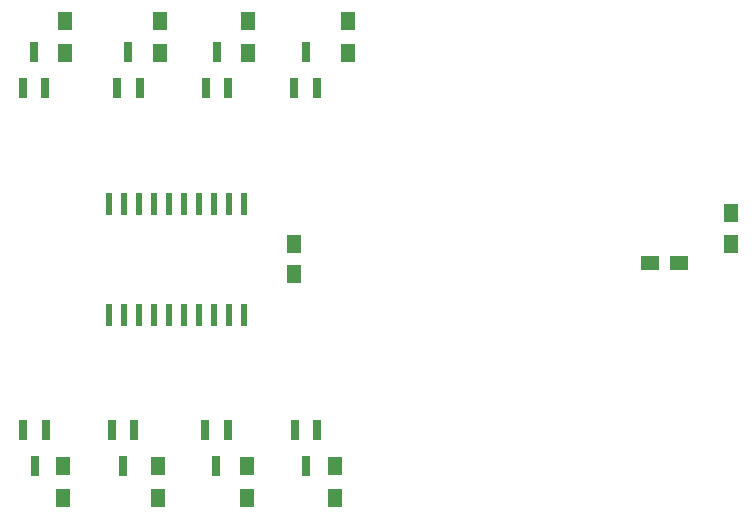
<source format=gbr>
G04 #@! TF.FileFunction,Paste,Bot*
%FSLAX46Y46*%
G04 Gerber Fmt 4.6, Leading zero omitted, Abs format (unit mm)*
G04 Created by KiCad (PCBNEW 4.0.2+dfsg1-stable) date Thu 23 Jun 2016 09:12:49 CEST*
%MOMM*%
G01*
G04 APERTURE LIST*
%ADD10C,0.100000*%
%ADD11R,1.250000X1.500000*%
%ADD12R,1.500000X1.250000*%
%ADD13R,0.800100X1.800860*%
%ADD14R,1.300000X1.500000*%
%ADD15R,0.600000X1.950000*%
G04 APERTURE END LIST*
D10*
D11*
X194500000Y-104250000D03*
X194500000Y-101750000D03*
D12*
X227150000Y-103300000D03*
X224650000Y-103300000D03*
D13*
X173450000Y-88501140D03*
X171550000Y-88501140D03*
X172500000Y-85498860D03*
X181450000Y-88501140D03*
X179550000Y-88501140D03*
X180500000Y-85498860D03*
X188950000Y-88501140D03*
X187050000Y-88501140D03*
X188000000Y-85498860D03*
X196450000Y-88501140D03*
X194550000Y-88501140D03*
X195500000Y-85498860D03*
X171600000Y-117500000D03*
X173500000Y-117500000D03*
X172550000Y-120502280D03*
X179100000Y-117500000D03*
X181000000Y-117500000D03*
X180050000Y-120502280D03*
X187000000Y-117500000D03*
X188900000Y-117500000D03*
X187950000Y-120502280D03*
X194600000Y-117500000D03*
X196500000Y-117500000D03*
X195550000Y-120502280D03*
D14*
X198000000Y-123200000D03*
X198000000Y-120500000D03*
X190500000Y-123200000D03*
X190500000Y-120500000D03*
X231500000Y-101750000D03*
X231500000Y-99050000D03*
X183000000Y-123200000D03*
X183000000Y-120500000D03*
X175000000Y-123200000D03*
X175000000Y-120500000D03*
X199100000Y-82850000D03*
X199100000Y-85550000D03*
X190600000Y-82850000D03*
X190600000Y-85550000D03*
X183200000Y-82850000D03*
X183200000Y-85550000D03*
X175100000Y-82850000D03*
X175100000Y-85550000D03*
D15*
X190270000Y-107700000D03*
X189000000Y-107700000D03*
X187730000Y-107700000D03*
X186460000Y-107700000D03*
X185190000Y-107700000D03*
X183920000Y-107700000D03*
X182650000Y-107700000D03*
X181380000Y-107700000D03*
X180110000Y-107700000D03*
X178840000Y-107700000D03*
X178840000Y-98300000D03*
X180110000Y-98300000D03*
X181380000Y-98300000D03*
X182650000Y-98300000D03*
X183920000Y-98300000D03*
X185190000Y-98300000D03*
X186460000Y-98300000D03*
X187730000Y-98300000D03*
X189000000Y-98300000D03*
X190270000Y-98300000D03*
M02*

</source>
